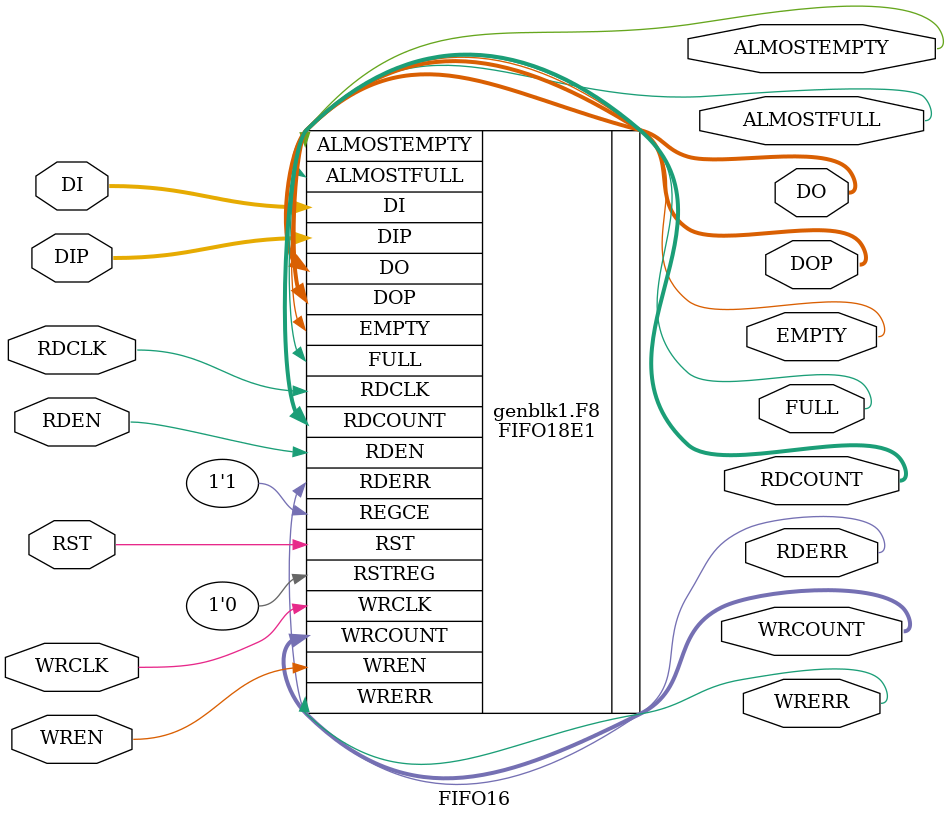
<source format=v>
`timescale 1 ps/1 ps

module FIFO16 (ALMOSTEMPTY, ALMOSTFULL, DO, DOP, EMPTY, FULL, RDCOUNT, RDERR, WRCOUNT, WRERR, DI, DIP, RDCLK, RDEN, RST, WRCLK, WREN
);

    output ALMOSTEMPTY;
    output ALMOSTFULL;
    output [31:0] DO;
    output [3:0] DOP;
    output EMPTY;
    output FULL;
    output [11:0] RDCOUNT;
    output RDERR;
    output [11:0] WRCOUNT;
    output WRERR;

    input [31:0] DI;
    input [3:0] DIP;
    input RDCLK;
    input RDEN;
    input RST;
    input WRCLK;
    input WREN;

    parameter [11:0] ALMOST_FULL_OFFSET = 12'h080;
    parameter [11:0] ALMOST_EMPTY_OFFSET = 12'h080;
    parameter integer DATA_WIDTH = 36;
    parameter FIRST_WORD_FALL_THROUGH = "FALSE";

generate
if (DATA_WIDTH == 36) begin
FIFO18E1 #(.ALMOST_EMPTY_OFFSET({1'b0, ALMOST_EMPTY_OFFSET}), .ALMOST_FULL_OFFSET({1'b0, ALMOST_FULL_OFFSET}), .DATA_WIDTH(DATA_WIDTH), .FIFO_MODE("FIFO18_36"), .FIRST_WORD_FALL_THROUGH(FIRST_WORD_FALL_THROUGH)) F8 (.ALMOSTEMPTY(ALMOSTEMPTY), .ALMOSTFULL(ALMOSTFULL), .DO(DO), .DOP(DOP), .EMPTY(EMPTY), .FULL(FULL), .RDCOUNT(RDCOUNT), .RDERR(RDERR), .WRCOUNT(WRCOUNT), .WRERR(WRERR), .DI(DI), .DIP(DIP), .RDCLK(RDCLK), .RDEN(RDEN), .REGCE(1'b1), .RST(RST), .RSTREG(1'b0), .WRCLK(WRCLK), .WREN(WREN));
end
else if (DATA_WIDTH <= 18) begin
FIFO18E1 #(.ALMOST_EMPTY_OFFSET({1'b0, ALMOST_EMPTY_OFFSET}), .ALMOST_FULL_OFFSET({1'b0, ALMOST_FULL_OFFSET}), .DATA_WIDTH(DATA_WIDTH), .FIFO_MODE("FIFO18"), .FIRST_WORD_FALL_THROUGH(FIRST_WORD_FALL_THROUGH)) F8 (.ALMOSTEMPTY(ALMOSTEMPTY), .ALMOSTFULL(ALMOSTFULL), .DO(DO), .DOP(DOP), .EMPTY(EMPTY), .FULL(FULL), .RDCOUNT(RDCOUNT), .RDERR(RDERR), .WRCOUNT(WRCOUNT), .WRERR(WRERR), .DI(DI), .DIP(DIP), .RDCLK(RDCLK), .RDEN(RDEN), .REGCE(1'b1), .RST(RST), .RSTREG(1'b0), .WRCLK(WRCLK), .WREN(WREN));
end
endgenerate
endmodule 


</source>
